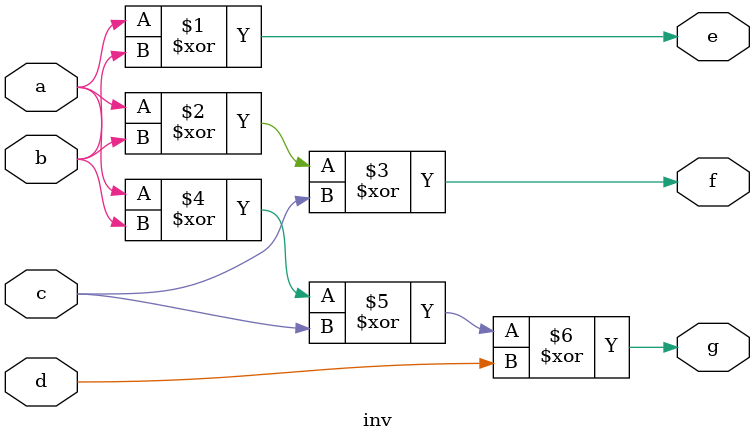
<source format=v>
`timescale 1ns / 1ps


module inv(
    input a,
    input b,
    input c,
    input d,
    output e,
    output f,
    output g
);

assign e = (a^b);
assign f = ((a^b)^c);
assign g = (((a^b)^c)^d);

endmodule

</source>
